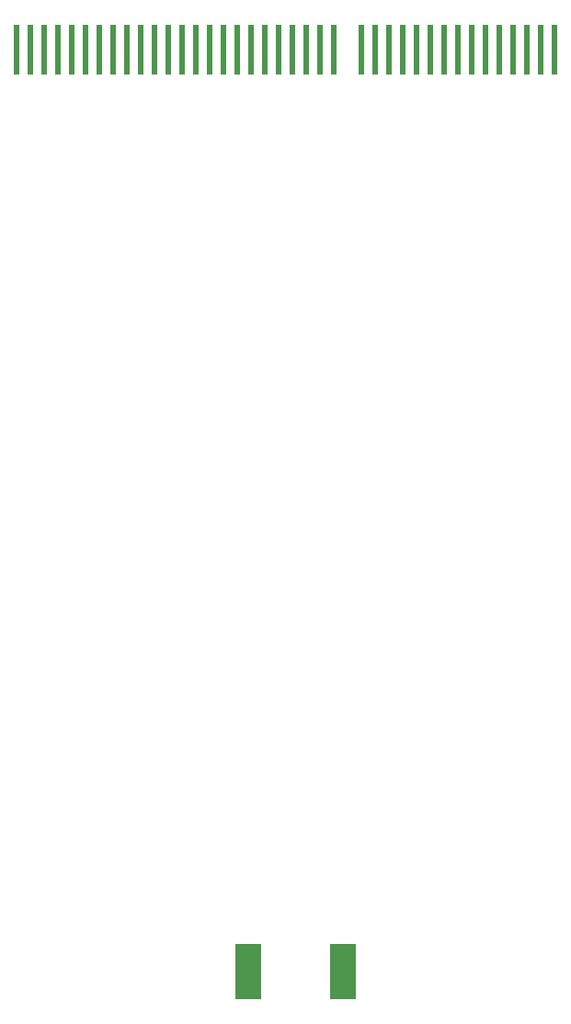
<source format=gbr>
%TF.GenerationSoftware,Altium Limited,Altium Designer,23.3.1 (30)*%
G04 Layer_Color=128*
%FSLAX45Y45*%
%MOMM*%
%TF.SameCoordinates,1C6A76D4-FC78-4FE7-9AFF-FEA26D458E01*%
%TF.FilePolarity,Positive*%
%TF.FileFunction,Paste,Bot*%
%TF.Part,Single*%
G01*
G75*
%TA.AperFunction,SMDPad,CuDef*%
%ADD22R,2.41300X5.08000*%
%ADD24R,0.53000X4.57200*%
D22*
X5328150Y1270000D02*
D03*
X4451850D02*
D03*
D24*
X5238700Y9760000D02*
D03*
X7270700D02*
D03*
X7143700D02*
D03*
X7016700D02*
D03*
X6889700D02*
D03*
X6762700D02*
D03*
X6635700D02*
D03*
X6508700D02*
D03*
X6381700D02*
D03*
X6254700D02*
D03*
X6127700D02*
D03*
X6000700D02*
D03*
X5873700D02*
D03*
X5746700D02*
D03*
X5619700D02*
D03*
X5492700D02*
D03*
X5111700D02*
D03*
X4984700D02*
D03*
X4857700D02*
D03*
X4730700D02*
D03*
X4603700D02*
D03*
X4476700D02*
D03*
X4349700D02*
D03*
X4222700D02*
D03*
X4095700D02*
D03*
X3968700D02*
D03*
X3841700D02*
D03*
X3714700D02*
D03*
X3587700D02*
D03*
X3460700D02*
D03*
X3333700D02*
D03*
X3206700D02*
D03*
X3079700D02*
D03*
X2952700D02*
D03*
X2825700D02*
D03*
X2698700D02*
D03*
X2571700D02*
D03*
X2444700D02*
D03*
X2317700D02*
D03*
%TF.MD5,e95eb425cd9437a1be27583788f2dcb7*%
M02*

</source>
